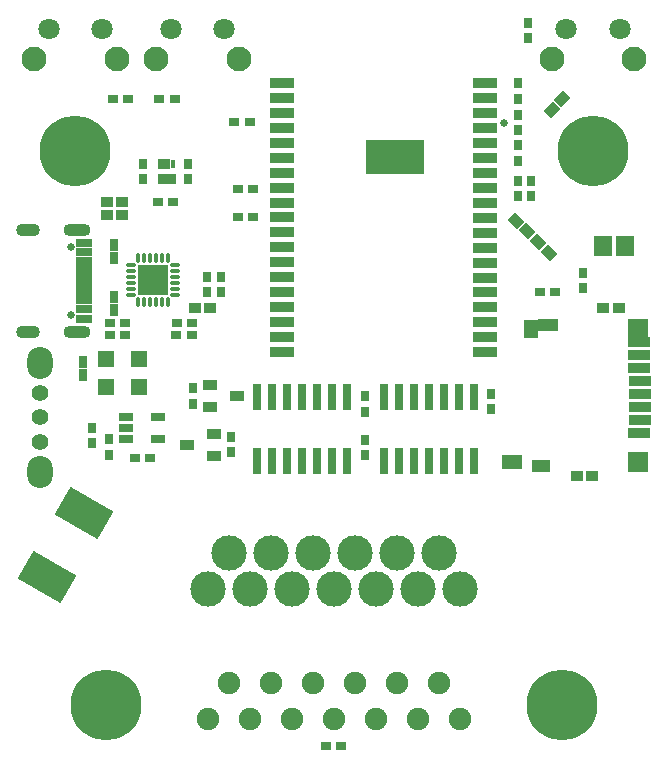
<source format=gbr>
G04 DipTrace 3.3.1.3*
G04 BottomMask.gbr*
%MOIN*%
G04 #@! TF.FileFunction,Soldermask,Bot*
G04 #@! TF.Part,Single*
%AMOUTLINE1*
4,1,4,
-0.027839,0.002783,
-0.002783,0.027839,
0.027839,-0.002783,
0.002783,-0.027839,
-0.027839,0.002783,
0*%
%AMOUTLINE3*
4,1,4,
0.098176,0.00469,
0.045026,-0.087368,
-0.098176,-0.00469,
-0.045026,0.087368,
0.098176,0.00469,
0*%
%AMOUTLINE6*
4,1,4,
-0.021654,-0.017717,
-0.021654,0.017717,
0.021654,0.017717,
0.021654,-0.017717,
-0.021654,-0.017717,
0*%
%AMOUTLINE8*
4,1,4,
-0.002783,-0.027839,
-0.027839,-0.002783,
0.002783,0.027839,
0.027839,0.002783,
-0.002783,-0.027839,
0*%
%ADD19C,0.024999*%
%ADD21R,0.027559X0.035433*%
%ADD22R,0.035433X0.027559*%
%ADD33R,0.011811X0.026378*%
%ADD38C,0.074803*%
%ADD48R,0.07874X0.035433*%
%ADD49R,0.19685X0.11811*%
%ADD52O,0.033465X0.011811*%
%ADD53O,0.011811X0.033465*%
%ADD65C,0.23622*%
%ADD66C,0.025591*%
%ADD76R,0.051181X0.031496*%
%ADD78R,0.031496X0.086614*%
%ADD80R,0.104331X0.104331*%
%ADD90R,0.047244X0.064961*%
%ADD92R,0.066929X0.03937*%
%ADD94R,0.062992X0.03937*%
%ADD96R,0.068898X0.047244*%
%ADD98R,0.066929X0.066929*%
%ADD100R,0.066929X0.059055*%
%ADD102R,0.076772X0.035433*%
%ADD104C,0.055118*%
%ADD106O,0.086614X0.106299*%
%ADD108C,0.082677*%
%ADD109C,0.070866*%
%ADD110R,0.059055X0.066929*%
%ADD112R,0.049213X0.033465*%
%ADD114R,0.019685X0.034252*%
%ADD116C,0.11811*%
%ADD118O,0.090551X0.043307*%
%ADD120O,0.07874X0.043307*%
%ADD122R,0.052756X0.031496*%
%ADD124R,0.052756X0.019685*%
%ADD127R,0.055118X0.055118*%
%ADD129R,0.031496X0.03937*%
%ADD131R,0.043307X0.035433*%
%ADD138OUTLINE1*%
%ADD140OUTLINE3*%
%ADD143OUTLINE6*%
%ADD145OUTLINE8*%
%FSLAX26Y26*%
G04*
G70*
G90*
G75*
G01*
G04 BotMask*
%LPD*%
D21*
X2081203Y2631203D3*
Y2682385D3*
X831205Y2362454D3*
Y2413635D3*
D138*
X2186320Y2116293D3*
X2150129Y2152484D3*
D21*
X1092421Y1985748D3*
Y2036929D3*
X1046533Y1986375D3*
Y2037556D3*
X1572592Y1639164D3*
Y1587983D3*
D22*
X944175Y1883858D3*
X995356D3*
X943327Y1841730D3*
X994508D3*
D21*
X1990948Y1646568D3*
Y1595387D3*
X718703Y1495475D3*
Y1444294D3*
D22*
X856203Y1432975D3*
X805022D3*
D140*
X637453Y1249954D3*
X513437Y1035152D3*
D129*
X737454Y2099953D3*
Y2143260D3*
Y1968703D3*
Y1925396D3*
X632080Y1752566D3*
Y1709259D3*
D127*
X820100Y1764923D3*
X709864D3*
X820100Y1671173D3*
X709864D3*
D65*
X2331203Y2456203D3*
X606203D3*
X2227759Y609747D3*
X709648D3*
D38*
X1048231Y564913D3*
X1118310Y684992D3*
X1188388Y564913D3*
X1258467Y684992D3*
X1328546Y564913D3*
X1398625Y684992D3*
X1468703Y564913D3*
X1538782Y684992D3*
X1608861Y564913D3*
X1678940Y684992D3*
X1749018Y564913D3*
X1819097Y684992D3*
X1889176Y564913D3*
D124*
X635124Y1955406D3*
Y1975091D3*
Y1994776D3*
Y2014461D3*
Y2034146D3*
Y2053831D3*
Y2073516D3*
Y2093201D3*
D122*
Y2118792D3*
Y2150288D3*
Y1898319D3*
Y1929815D3*
D120*
X448116Y1854225D3*
Y2194382D3*
D118*
X612683Y1854225D3*
Y2194382D3*
D66*
X592998Y1910524D3*
Y2138083D3*
D116*
X1889176Y996164D3*
X1819097Y1116243D3*
X1749018Y996164D3*
X1678940Y1116243D3*
X1608861Y996164D3*
X1538782Y1116243D3*
X1468703Y996164D3*
X1398625Y1116243D3*
X1328546Y996164D3*
X1258467Y1116243D3*
X1188388Y996164D3*
X1118310Y1116243D3*
X1048231Y996164D3*
D114*
X893703Y2412454D3*
X913388D3*
D33*
X933073D3*
D114*
Y2363241D3*
X913388D3*
X893703D3*
D112*
X1056203Y1601724D3*
Y1676528D3*
X1146755Y1639126D3*
X1068703Y1514224D3*
Y1439421D3*
X978152Y1476823D3*
D22*
X1137285Y2553198D3*
X1188466D3*
D21*
X2081643Y2526892D3*
Y2578074D3*
X2114203Y2832248D3*
Y2883429D3*
X2081202Y2306203D3*
Y2357385D3*
D22*
X932499Y2285282D3*
X881318D3*
D21*
X981203Y2362454D3*
Y2413635D3*
X2124954Y2306576D3*
Y2357757D3*
D138*
X2113101Y2188631D3*
X2076909Y2224823D3*
D22*
X773538Y1883996D3*
X722357D3*
D143*
X1004949Y1933323D3*
X1056130D3*
D22*
X773538Y1843064D3*
X722357D3*
D21*
X2081202Y2424362D3*
Y2475543D3*
D22*
X731203Y2631203D3*
X782385D3*
X887454D3*
X938635D3*
D145*
X2230507Y2630214D3*
X2194315Y2594022D3*
D21*
X1572543Y1442888D3*
Y1494070D3*
D22*
X1199953Y2331203D3*
X1148772D3*
D21*
X2299954Y1999953D3*
Y2051134D3*
D22*
X1199953Y2237454D3*
X1148772D3*
D21*
X999953Y1614224D3*
Y1665406D3*
X1124953Y1451726D3*
Y1502907D3*
X662453Y1532975D3*
Y1481794D3*
D22*
X2156203Y1987453D3*
X2207385D3*
X1441974Y474802D3*
X1493155D3*
D131*
X762453Y2243703D3*
X711272D3*
X762453Y2287453D3*
X711272D3*
X2417996Y1932121D3*
X2366815D3*
X2329777Y1373146D3*
X2278596D3*
D110*
X2365971Y2139921D3*
X2440774D3*
D109*
X924953Y2862453D3*
X1102118D3*
D108*
X875740Y2764028D3*
X1151331D3*
D109*
X2243703Y2863011D3*
X2420869D3*
D108*
X2194491Y2764585D3*
X2470081D3*
D109*
X518703Y2862463D3*
X695869D3*
D108*
X469491Y2764038D3*
X745081D3*
D106*
X489256Y1749877D3*
D104*
Y1649867D3*
Y1568627D3*
Y1487377D3*
D106*
Y1387367D3*
D102*
X2487454Y1818703D3*
Y1775357D3*
Y1732089D3*
X2487467Y1688756D3*
Y1645449D3*
Y1602155D3*
Y1558835D3*
X2487454Y1515554D3*
D100*
X2482730Y1865908D3*
D98*
Y1419058D3*
D96*
X2062074Y1421433D3*
D94*
X2157743Y1405304D3*
D92*
X2183360Y1875751D3*
D90*
X2124304Y1863192D3*
D48*
X1972017Y2684688D3*
X1972411Y2634688D3*
Y2584688D3*
Y2534688D3*
Y2484688D3*
Y2434688D3*
Y2384688D3*
Y2334688D3*
Y2284688D3*
Y2234688D3*
Y2184688D3*
Y2134688D3*
Y2084688D3*
Y2034688D3*
X1294377Y2035068D3*
Y2085068D3*
Y2135068D3*
Y2185067D3*
Y2235068D3*
Y1785068D3*
Y1835068D3*
Y1885068D3*
Y1935068D3*
Y1985068D3*
X1294379Y2284727D3*
Y2334727D3*
Y2384727D3*
Y2434727D3*
Y2484727D3*
Y2534727D3*
Y2584727D3*
Y2634727D3*
Y2684727D3*
D49*
X1672017Y2436577D3*
D48*
X1972407Y1985028D3*
Y1935028D3*
Y1885028D3*
Y1835028D3*
Y1785028D3*
D52*
X940695Y2076032D3*
Y2056346D3*
Y2036661D3*
Y2016976D3*
Y1997291D3*
Y1977606D3*
D53*
X915105Y1952016D3*
X895420D3*
X875735D3*
X856050D3*
X836365D3*
X816679D3*
D52*
X791089Y1977606D3*
Y1997291D3*
Y2016976D3*
Y2036661D3*
Y2056346D3*
Y2076032D3*
D53*
X816679Y2101622D3*
X836365D3*
X856050D3*
X875735D3*
X895420D3*
X915105D3*
D80*
X865892Y2026819D3*
D78*
X1512453Y1424953D3*
X1462453D3*
X1412453D3*
X1362453D3*
X1312453D3*
X1262453D3*
X1212453D3*
Y1637551D3*
X1262453D3*
X1312453D3*
X1362453D3*
X1412453D3*
X1462453D3*
X1512453D3*
X1937453Y1424953D3*
X1887453D3*
X1837453D3*
X1787453D3*
X1737453D3*
X1687453D3*
X1637453D3*
Y1637551D3*
X1687453D3*
X1737453D3*
X1787453D3*
X1837453D3*
X1887453D3*
X1937453D3*
D76*
X774953Y1495475D3*
Y1532877D3*
Y1570278D3*
X881252D3*
Y1495475D3*
D19*
X2037453Y2549953D3*
M02*

</source>
